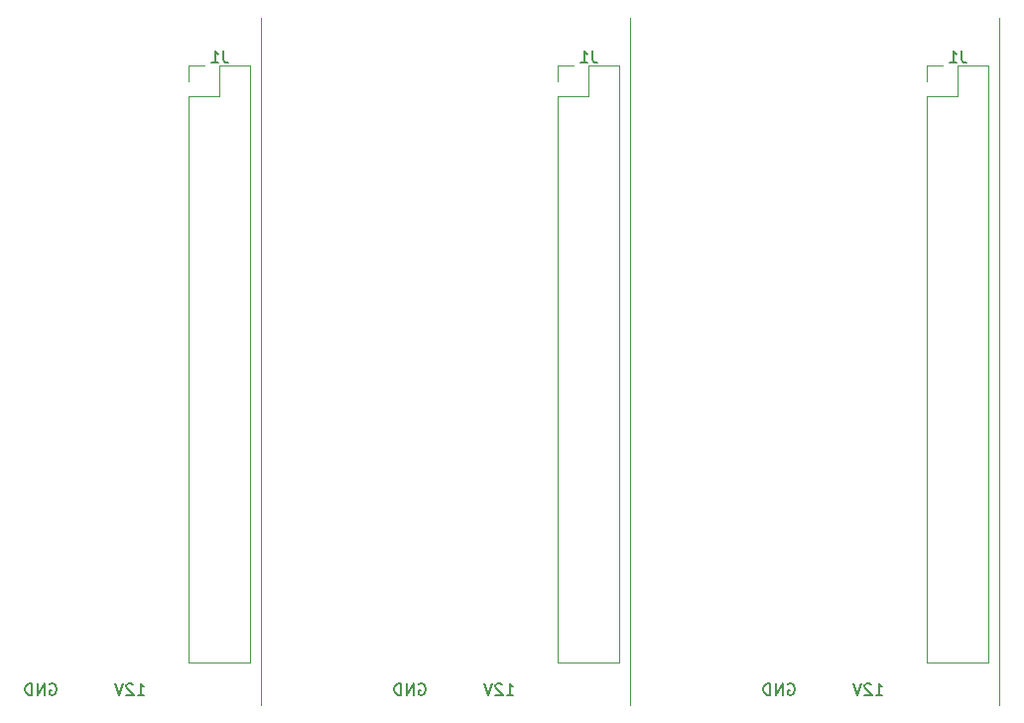
<source format=gbr>
%TF.GenerationSoftware,KiCad,Pcbnew,(5.1.10)-1*%
%TF.CreationDate,2022-04-18T12:48:46-04:00*%
%TF.ProjectId,blinds 2.0 Panel,626c696e-6473-4203-922e-302050616e65,rev?*%
%TF.SameCoordinates,Original*%
%TF.FileFunction,Legend,Bot*%
%TF.FilePolarity,Positive*%
%FSLAX46Y46*%
G04 Gerber Fmt 4.6, Leading zero omitted, Abs format (unit mm)*
G04 Created by KiCad (PCBNEW (5.1.10)-1) date 2022-04-18 12:48:46*
%MOMM*%
%LPD*%
G01*
G04 APERTURE LIST*
%ADD10C,0.120000*%
%ADD11C,0.150000*%
G04 APERTURE END LIST*
D10*
X177800000Y-127254000D02*
X177800000Y-68580000D01*
X240792000Y-127254000D02*
X240792000Y-68580000D01*
X209296000Y-127254000D02*
X209296000Y-68580000D01*
%TO.C,J1*%
X239891880Y-72665280D02*
X237291880Y-72665280D01*
X239891880Y-72665280D02*
X239891880Y-123585280D01*
X239891880Y-123585280D02*
X234691880Y-123585280D01*
X234691880Y-75265280D02*
X234691880Y-123585280D01*
X237291880Y-75265280D02*
X234691880Y-75265280D01*
X237291880Y-72665280D02*
X237291880Y-75265280D01*
X234691880Y-72665280D02*
X234691880Y-73995280D01*
X236021880Y-72665280D02*
X234691880Y-72665280D01*
X208395880Y-72665280D02*
X205795880Y-72665280D01*
X208395880Y-72665280D02*
X208395880Y-123585280D01*
X208395880Y-123585280D02*
X203195880Y-123585280D01*
X203195880Y-75265280D02*
X203195880Y-123585280D01*
X205795880Y-75265280D02*
X203195880Y-75265280D01*
X205795880Y-72665280D02*
X205795880Y-75265280D01*
X203195880Y-72665280D02*
X203195880Y-73995280D01*
X204525880Y-72665280D02*
X203195880Y-72665280D01*
X176899880Y-72665280D02*
X174299880Y-72665280D01*
X176899880Y-72665280D02*
X176899880Y-123585280D01*
X176899880Y-123585280D02*
X171699880Y-123585280D01*
X171699880Y-75265280D02*
X171699880Y-123585280D01*
X174299880Y-75265280D02*
X171699880Y-75265280D01*
X174299880Y-72665280D02*
X174299880Y-75265280D01*
X171699880Y-72665280D02*
X171699880Y-73995280D01*
X173029880Y-72665280D02*
X171699880Y-72665280D01*
D11*
X237625213Y-71415660D02*
X237625213Y-72129946D01*
X237672832Y-72272803D01*
X237768070Y-72368041D01*
X237910927Y-72415660D01*
X238006165Y-72415660D01*
X236625213Y-72415660D02*
X237196641Y-72415660D01*
X236910927Y-72415660D02*
X236910927Y-71415660D01*
X237006165Y-71558518D01*
X237101403Y-71653756D01*
X237196641Y-71701375D01*
%TO.C,12V*%
X230290927Y-126403660D02*
X230862356Y-126403660D01*
X230576641Y-126403660D02*
X230576641Y-125403660D01*
X230671880Y-125546518D01*
X230767118Y-125641756D01*
X230862356Y-125689375D01*
X229909975Y-125498899D02*
X229862356Y-125451280D01*
X229767118Y-125403660D01*
X229529022Y-125403660D01*
X229433784Y-125451280D01*
X229386165Y-125498899D01*
X229338546Y-125594137D01*
X229338546Y-125689375D01*
X229386165Y-125832232D01*
X229957594Y-126403660D01*
X229338546Y-126403660D01*
X229052832Y-125403660D02*
X228719499Y-126403660D01*
X228386165Y-125403660D01*
%TO.C,GND*%
X222813784Y-125451280D02*
X222909022Y-125403660D01*
X223051880Y-125403660D01*
X223194737Y-125451280D01*
X223289975Y-125546518D01*
X223337594Y-125641756D01*
X223385213Y-125832232D01*
X223385213Y-125975089D01*
X223337594Y-126165565D01*
X223289975Y-126260803D01*
X223194737Y-126356041D01*
X223051880Y-126403660D01*
X222956641Y-126403660D01*
X222813784Y-126356041D01*
X222766165Y-126308422D01*
X222766165Y-125975089D01*
X222956641Y-125975089D01*
X222337594Y-126403660D02*
X222337594Y-125403660D01*
X221766165Y-126403660D01*
X221766165Y-125403660D01*
X221289975Y-126403660D02*
X221289975Y-125403660D01*
X221051880Y-125403660D01*
X220909022Y-125451280D01*
X220813784Y-125546518D01*
X220766165Y-125641756D01*
X220718546Y-125832232D01*
X220718546Y-125975089D01*
X220766165Y-126165565D01*
X220813784Y-126260803D01*
X220909022Y-126356041D01*
X221051880Y-126403660D01*
X221289975Y-126403660D01*
%TO.C,J1*%
X206129213Y-71415660D02*
X206129213Y-72129946D01*
X206176832Y-72272803D01*
X206272070Y-72368041D01*
X206414927Y-72415660D01*
X206510165Y-72415660D01*
X205129213Y-72415660D02*
X205700641Y-72415660D01*
X205414927Y-72415660D02*
X205414927Y-71415660D01*
X205510165Y-71558518D01*
X205605403Y-71653756D01*
X205700641Y-71701375D01*
%TO.C,12V*%
X198794927Y-126403660D02*
X199366356Y-126403660D01*
X199080641Y-126403660D02*
X199080641Y-125403660D01*
X199175880Y-125546518D01*
X199271118Y-125641756D01*
X199366356Y-125689375D01*
X198413975Y-125498899D02*
X198366356Y-125451280D01*
X198271118Y-125403660D01*
X198033022Y-125403660D01*
X197937784Y-125451280D01*
X197890165Y-125498899D01*
X197842546Y-125594137D01*
X197842546Y-125689375D01*
X197890165Y-125832232D01*
X198461594Y-126403660D01*
X197842546Y-126403660D01*
X197556832Y-125403660D02*
X197223499Y-126403660D01*
X196890165Y-125403660D01*
%TO.C,GND*%
X191317784Y-125451280D02*
X191413022Y-125403660D01*
X191555880Y-125403660D01*
X191698737Y-125451280D01*
X191793975Y-125546518D01*
X191841594Y-125641756D01*
X191889213Y-125832232D01*
X191889213Y-125975089D01*
X191841594Y-126165565D01*
X191793975Y-126260803D01*
X191698737Y-126356041D01*
X191555880Y-126403660D01*
X191460641Y-126403660D01*
X191317784Y-126356041D01*
X191270165Y-126308422D01*
X191270165Y-125975089D01*
X191460641Y-125975089D01*
X190841594Y-126403660D02*
X190841594Y-125403660D01*
X190270165Y-126403660D01*
X190270165Y-125403660D01*
X189793975Y-126403660D02*
X189793975Y-125403660D01*
X189555880Y-125403660D01*
X189413022Y-125451280D01*
X189317784Y-125546518D01*
X189270165Y-125641756D01*
X189222546Y-125832232D01*
X189222546Y-125975089D01*
X189270165Y-126165565D01*
X189317784Y-126260803D01*
X189413022Y-126356041D01*
X189555880Y-126403660D01*
X189793975Y-126403660D01*
X159821784Y-125451280D02*
X159917022Y-125403660D01*
X160059880Y-125403660D01*
X160202737Y-125451280D01*
X160297975Y-125546518D01*
X160345594Y-125641756D01*
X160393213Y-125832232D01*
X160393213Y-125975089D01*
X160345594Y-126165565D01*
X160297975Y-126260803D01*
X160202737Y-126356041D01*
X160059880Y-126403660D01*
X159964641Y-126403660D01*
X159821784Y-126356041D01*
X159774165Y-126308422D01*
X159774165Y-125975089D01*
X159964641Y-125975089D01*
X159345594Y-126403660D02*
X159345594Y-125403660D01*
X158774165Y-126403660D01*
X158774165Y-125403660D01*
X158297975Y-126403660D02*
X158297975Y-125403660D01*
X158059880Y-125403660D01*
X157917022Y-125451280D01*
X157821784Y-125546518D01*
X157774165Y-125641756D01*
X157726546Y-125832232D01*
X157726546Y-125975089D01*
X157774165Y-126165565D01*
X157821784Y-126260803D01*
X157917022Y-126356041D01*
X158059880Y-126403660D01*
X158297975Y-126403660D01*
%TO.C,12V*%
X167298927Y-126403660D02*
X167870356Y-126403660D01*
X167584641Y-126403660D02*
X167584641Y-125403660D01*
X167679880Y-125546518D01*
X167775118Y-125641756D01*
X167870356Y-125689375D01*
X166917975Y-125498899D02*
X166870356Y-125451280D01*
X166775118Y-125403660D01*
X166537022Y-125403660D01*
X166441784Y-125451280D01*
X166394165Y-125498899D01*
X166346546Y-125594137D01*
X166346546Y-125689375D01*
X166394165Y-125832232D01*
X166965594Y-126403660D01*
X166346546Y-126403660D01*
X166060832Y-125403660D02*
X165727499Y-126403660D01*
X165394165Y-125403660D01*
%TO.C,J1*%
X174633213Y-71415660D02*
X174633213Y-72129946D01*
X174680832Y-72272803D01*
X174776070Y-72368041D01*
X174918927Y-72415660D01*
X175014165Y-72415660D01*
X173633213Y-72415660D02*
X174204641Y-72415660D01*
X173918927Y-72415660D02*
X173918927Y-71415660D01*
X174014165Y-71558518D01*
X174109403Y-71653756D01*
X174204641Y-71701375D01*
%TD*%
M02*

</source>
